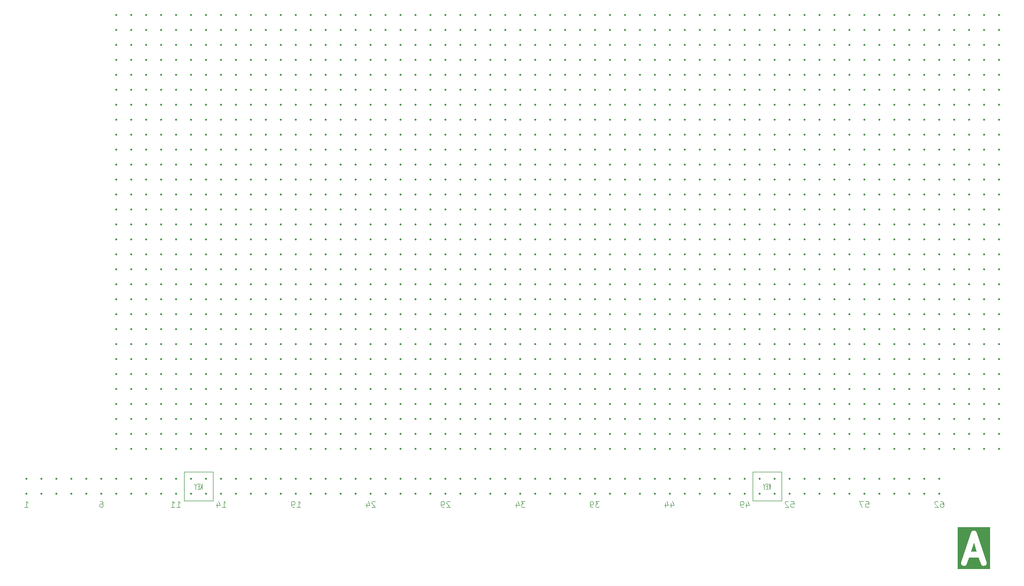
<source format=gbr>
%TF.GenerationSoftware,KiCad,Pcbnew,9.0.2*%
%TF.CreationDate,2025-06-03T09:59:19-04:00*%
%TF.ProjectId,PCI_Proto,5043495f-5072-46f7-946f-2e6b69636164,rev?*%
%TF.SameCoordinates,Original*%
%TF.FileFunction,Legend,Bot*%
%TF.FilePolarity,Positive*%
%FSLAX46Y46*%
G04 Gerber Fmt 4.6, Leading zero omitted, Abs format (unit mm)*
G04 Created by KiCad (PCBNEW 9.0.2) date 2025-06-03 09:59:19*
%MOMM*%
%LPD*%
G01*
G04 APERTURE LIST*
%ADD10C,0.100000*%
%ADD11C,1.000000*%
%ADD12C,0.350000*%
G04 APERTURE END LIST*
D10*
X111234211Y-122316784D02*
X111234211Y-121316784D01*
X110948497Y-122316784D02*
X111162782Y-121745355D01*
X110948497Y-121316784D02*
X111234211Y-121888212D01*
X110734211Y-121792974D02*
X110567544Y-121792974D01*
X110496116Y-122316784D02*
X110734211Y-122316784D01*
X110734211Y-122316784D02*
X110734211Y-121316784D01*
X110734211Y-121316784D02*
X110496116Y-121316784D01*
X110186592Y-121840593D02*
X110186592Y-122316784D01*
X110353258Y-121316784D02*
X110186592Y-121840593D01*
X110186592Y-121840593D02*
X110019925Y-121316784D01*
X207734211Y-122316784D02*
X207734211Y-121316784D01*
X207448497Y-122316784D02*
X207662782Y-121745355D01*
X207448497Y-121316784D02*
X207734211Y-121888212D01*
X207234211Y-121792974D02*
X207067544Y-121792974D01*
X206996116Y-122316784D02*
X207234211Y-122316784D01*
X207234211Y-122316784D02*
X207234211Y-121316784D01*
X207234211Y-121316784D02*
X206996116Y-121316784D01*
X206686592Y-121840593D02*
X206686592Y-122316784D01*
X206853258Y-121316784D02*
X206686592Y-121840593D01*
X206686592Y-121840593D02*
X206519925Y-121316784D01*
X209675000Y-119344366D02*
X204725000Y-119344364D01*
X209675000Y-124244368D02*
X209675000Y-119344366D01*
X204725000Y-124244366D02*
X204725000Y-119344364D01*
X113100000Y-124244365D02*
X108200000Y-124244365D01*
X113150000Y-124244367D02*
X113150000Y-119344365D01*
X108200000Y-124244365D02*
X108200000Y-119344363D01*
X209625000Y-124244366D02*
X204725000Y-124244366D01*
X113150000Y-119344365D02*
X108200000Y-119344363D01*
X203667544Y-124650117D02*
X203667544Y-125316784D01*
X203905639Y-124269165D02*
X204143734Y-124983450D01*
X204143734Y-124983450D02*
X203524687Y-124983450D01*
X203096115Y-125316784D02*
X202905639Y-125316784D01*
X202905639Y-125316784D02*
X202810401Y-125269165D01*
X202810401Y-125269165D02*
X202762782Y-125221545D01*
X202762782Y-125221545D02*
X202667544Y-125078688D01*
X202667544Y-125078688D02*
X202619925Y-124888212D01*
X202619925Y-124888212D02*
X202619925Y-124507260D01*
X202619925Y-124507260D02*
X202667544Y-124412022D01*
X202667544Y-124412022D02*
X202715163Y-124364403D01*
X202715163Y-124364403D02*
X202810401Y-124316784D01*
X202810401Y-124316784D02*
X203000877Y-124316784D01*
X203000877Y-124316784D02*
X203096115Y-124364403D01*
X203096115Y-124364403D02*
X203143734Y-124412022D01*
X203143734Y-124412022D02*
X203191353Y-124507260D01*
X203191353Y-124507260D02*
X203191353Y-124745355D01*
X203191353Y-124745355D02*
X203143734Y-124840593D01*
X203143734Y-124840593D02*
X203096115Y-124888212D01*
X203096115Y-124888212D02*
X203000877Y-124935831D01*
X203000877Y-124935831D02*
X202810401Y-124935831D01*
X202810401Y-124935831D02*
X202715163Y-124888212D01*
X202715163Y-124888212D02*
X202667544Y-124840593D01*
X202667544Y-124840593D02*
X202619925Y-124745355D01*
X153343734Y-124412022D02*
X153296115Y-124364403D01*
X153296115Y-124364403D02*
X153200877Y-124316784D01*
X153200877Y-124316784D02*
X152962782Y-124316784D01*
X152962782Y-124316784D02*
X152867544Y-124364403D01*
X152867544Y-124364403D02*
X152819925Y-124412022D01*
X152819925Y-124412022D02*
X152772306Y-124507260D01*
X152772306Y-124507260D02*
X152772306Y-124602498D01*
X152772306Y-124602498D02*
X152819925Y-124745355D01*
X152819925Y-124745355D02*
X153391353Y-125316784D01*
X153391353Y-125316784D02*
X152772306Y-125316784D01*
X152296115Y-125316784D02*
X152105639Y-125316784D01*
X152105639Y-125316784D02*
X152010401Y-125269165D01*
X152010401Y-125269165D02*
X151962782Y-125221545D01*
X151962782Y-125221545D02*
X151867544Y-125078688D01*
X151867544Y-125078688D02*
X151819925Y-124888212D01*
X151819925Y-124888212D02*
X151819925Y-124507260D01*
X151819925Y-124507260D02*
X151867544Y-124412022D01*
X151867544Y-124412022D02*
X151915163Y-124364403D01*
X151915163Y-124364403D02*
X152010401Y-124316784D01*
X152010401Y-124316784D02*
X152200877Y-124316784D01*
X152200877Y-124316784D02*
X152296115Y-124364403D01*
X152296115Y-124364403D02*
X152343734Y-124412022D01*
X152343734Y-124412022D02*
X152391353Y-124507260D01*
X152391353Y-124507260D02*
X152391353Y-124745355D01*
X152391353Y-124745355D02*
X152343734Y-124840593D01*
X152343734Y-124840593D02*
X152296115Y-124888212D01*
X152296115Y-124888212D02*
X152200877Y-124935831D01*
X152200877Y-124935831D02*
X152010401Y-124935831D01*
X152010401Y-124935831D02*
X151915163Y-124888212D01*
X151915163Y-124888212D02*
X151867544Y-124840593D01*
X151867544Y-124840593D02*
X151819925Y-124745355D01*
X127372306Y-125316784D02*
X127943734Y-125316784D01*
X127658020Y-125316784D02*
X127658020Y-124316784D01*
X127658020Y-124316784D02*
X127753258Y-124459641D01*
X127753258Y-124459641D02*
X127848496Y-124554879D01*
X127848496Y-124554879D02*
X127943734Y-124602498D01*
X126896115Y-125316784D02*
X126705639Y-125316784D01*
X126705639Y-125316784D02*
X126610401Y-125269165D01*
X126610401Y-125269165D02*
X126562782Y-125221545D01*
X126562782Y-125221545D02*
X126467544Y-125078688D01*
X126467544Y-125078688D02*
X126419925Y-124888212D01*
X126419925Y-124888212D02*
X126419925Y-124507260D01*
X126419925Y-124507260D02*
X126467544Y-124412022D01*
X126467544Y-124412022D02*
X126515163Y-124364403D01*
X126515163Y-124364403D02*
X126610401Y-124316784D01*
X126610401Y-124316784D02*
X126800877Y-124316784D01*
X126800877Y-124316784D02*
X126896115Y-124364403D01*
X126896115Y-124364403D02*
X126943734Y-124412022D01*
X126943734Y-124412022D02*
X126991353Y-124507260D01*
X126991353Y-124507260D02*
X126991353Y-124745355D01*
X126991353Y-124745355D02*
X126943734Y-124840593D01*
X126943734Y-124840593D02*
X126896115Y-124888212D01*
X126896115Y-124888212D02*
X126800877Y-124935831D01*
X126800877Y-124935831D02*
X126610401Y-124935831D01*
X126610401Y-124935831D02*
X126515163Y-124888212D01*
X126515163Y-124888212D02*
X126467544Y-124840593D01*
X126467544Y-124840593D02*
X126419925Y-124745355D01*
D11*
G36*
X242796011Y-132851888D02*
G01*
X241802486Y-132851888D01*
X242299248Y-131361599D01*
X242796011Y-132851888D01*
G37*
G36*
X245020213Y-135834759D02*
G01*
X239578284Y-135834759D01*
X239578284Y-134815905D01*
X240133840Y-134815905D01*
X240160007Y-134943781D01*
X240218381Y-135060527D01*
X240304981Y-135158187D01*
X240413907Y-135230105D01*
X240537735Y-135271381D01*
X240668027Y-135279202D01*
X240795903Y-135253035D01*
X240912649Y-135194661D01*
X241010309Y-135108061D01*
X241082227Y-134999135D01*
X241106924Y-134938574D01*
X241469152Y-133851888D01*
X243129344Y-133851888D01*
X243491573Y-134938574D01*
X243516270Y-134999135D01*
X243588188Y-135108061D01*
X243685848Y-135194662D01*
X243802594Y-135253035D01*
X243930470Y-135279203D01*
X244060762Y-135271381D01*
X244184590Y-135230105D01*
X244293516Y-135158187D01*
X244380117Y-135060527D01*
X244438490Y-134943781D01*
X244464657Y-134815905D01*
X244456836Y-134685613D01*
X244440257Y-134622346D01*
X242773590Y-129622346D01*
X242772182Y-129618893D01*
X242771823Y-129617139D01*
X242769889Y-129613272D01*
X242748893Y-129561785D01*
X242729335Y-129532164D01*
X242713450Y-129500392D01*
X242693517Y-129477914D01*
X242676975Y-129452859D01*
X242650413Y-129429305D01*
X242626849Y-129402732D01*
X242601781Y-129386181D01*
X242579315Y-129366259D01*
X242547556Y-129350379D01*
X242517923Y-129330814D01*
X242489433Y-129321317D01*
X242462569Y-129307885D01*
X242427778Y-129300765D01*
X242394095Y-129289538D01*
X242364113Y-129287738D01*
X242334693Y-129281718D01*
X242299256Y-129283845D01*
X242263803Y-129281717D01*
X242234369Y-129287740D01*
X242204401Y-129289539D01*
X242170726Y-129300763D01*
X242135927Y-129307885D01*
X242109055Y-129321321D01*
X242080573Y-129330815D01*
X242050949Y-129350373D01*
X242019181Y-129366258D01*
X241996705Y-129386188D01*
X241971647Y-129402733D01*
X241948092Y-129429295D01*
X241921521Y-129452858D01*
X241904971Y-129477923D01*
X241885047Y-129500393D01*
X241869165Y-129532156D01*
X241849603Y-129561785D01*
X241828605Y-129613273D01*
X241826673Y-129617139D01*
X241826314Y-129618893D01*
X241824906Y-129622346D01*
X240158240Y-134622346D01*
X240141661Y-134685613D01*
X240133840Y-134815905D01*
X239578284Y-134815905D01*
X239578284Y-128726161D01*
X245020213Y-128726161D01*
X245020213Y-135834759D01*
G37*
D10*
X106972306Y-125316784D02*
X107543734Y-125316784D01*
X107258020Y-125316784D02*
X107258020Y-124316784D01*
X107258020Y-124316784D02*
X107353258Y-124459641D01*
X107353258Y-124459641D02*
X107448496Y-124554879D01*
X107448496Y-124554879D02*
X107543734Y-124602498D01*
X106019925Y-125316784D02*
X106591353Y-125316784D01*
X106305639Y-125316784D02*
X106305639Y-124316784D01*
X106305639Y-124316784D02*
X106400877Y-124459641D01*
X106400877Y-124459641D02*
X106496115Y-124554879D01*
X106496115Y-124554879D02*
X106591353Y-124602498D01*
X140643734Y-124412022D02*
X140596115Y-124364403D01*
X140596115Y-124364403D02*
X140500877Y-124316784D01*
X140500877Y-124316784D02*
X140262782Y-124316784D01*
X140262782Y-124316784D02*
X140167544Y-124364403D01*
X140167544Y-124364403D02*
X140119925Y-124412022D01*
X140119925Y-124412022D02*
X140072306Y-124507260D01*
X140072306Y-124507260D02*
X140072306Y-124602498D01*
X140072306Y-124602498D02*
X140119925Y-124745355D01*
X140119925Y-124745355D02*
X140691353Y-125316784D01*
X140691353Y-125316784D02*
X140072306Y-125316784D01*
X139215163Y-124650117D02*
X139215163Y-125316784D01*
X139453258Y-124269165D02*
X139691353Y-124983450D01*
X139691353Y-124983450D02*
X139072306Y-124983450D01*
X223919925Y-124316784D02*
X224396115Y-124316784D01*
X224396115Y-124316784D02*
X224443734Y-124792974D01*
X224443734Y-124792974D02*
X224396115Y-124745355D01*
X224396115Y-124745355D02*
X224300877Y-124697736D01*
X224300877Y-124697736D02*
X224062782Y-124697736D01*
X224062782Y-124697736D02*
X223967544Y-124745355D01*
X223967544Y-124745355D02*
X223919925Y-124792974D01*
X223919925Y-124792974D02*
X223872306Y-124888212D01*
X223872306Y-124888212D02*
X223872306Y-125126307D01*
X223872306Y-125126307D02*
X223919925Y-125221545D01*
X223919925Y-125221545D02*
X223967544Y-125269165D01*
X223967544Y-125269165D02*
X224062782Y-125316784D01*
X224062782Y-125316784D02*
X224300877Y-125316784D01*
X224300877Y-125316784D02*
X224396115Y-125269165D01*
X224396115Y-125269165D02*
X224443734Y-125221545D01*
X223538972Y-124316784D02*
X222872306Y-124316784D01*
X222872306Y-124316784D02*
X223300877Y-125316784D01*
X114672306Y-125316784D02*
X115243734Y-125316784D01*
X114958020Y-125316784D02*
X114958020Y-124316784D01*
X114958020Y-124316784D02*
X115053258Y-124459641D01*
X115053258Y-124459641D02*
X115148496Y-124554879D01*
X115148496Y-124554879D02*
X115243734Y-124602498D01*
X113815163Y-124650117D02*
X113815163Y-125316784D01*
X114053258Y-124269165D02*
X114291353Y-124983450D01*
X114291353Y-124983450D02*
X113672306Y-124983450D01*
X81172306Y-125316784D02*
X81743734Y-125316784D01*
X81458020Y-125316784D02*
X81458020Y-124316784D01*
X81458020Y-124316784D02*
X81553258Y-124459641D01*
X81553258Y-124459641D02*
X81648496Y-124554879D01*
X81648496Y-124554879D02*
X81743734Y-124602498D01*
X166091353Y-124316784D02*
X165472306Y-124316784D01*
X165472306Y-124316784D02*
X165805639Y-124697736D01*
X165805639Y-124697736D02*
X165662782Y-124697736D01*
X165662782Y-124697736D02*
X165567544Y-124745355D01*
X165567544Y-124745355D02*
X165519925Y-124792974D01*
X165519925Y-124792974D02*
X165472306Y-124888212D01*
X165472306Y-124888212D02*
X165472306Y-125126307D01*
X165472306Y-125126307D02*
X165519925Y-125221545D01*
X165519925Y-125221545D02*
X165567544Y-125269165D01*
X165567544Y-125269165D02*
X165662782Y-125316784D01*
X165662782Y-125316784D02*
X165948496Y-125316784D01*
X165948496Y-125316784D02*
X166043734Y-125269165D01*
X166043734Y-125269165D02*
X166091353Y-125221545D01*
X164615163Y-124650117D02*
X164615163Y-125316784D01*
X164853258Y-124269165D02*
X165091353Y-124983450D01*
X165091353Y-124983450D02*
X164472306Y-124983450D01*
X236667544Y-124316784D02*
X236858020Y-124316784D01*
X236858020Y-124316784D02*
X236953258Y-124364403D01*
X236953258Y-124364403D02*
X237000877Y-124412022D01*
X237000877Y-124412022D02*
X237096115Y-124554879D01*
X237096115Y-124554879D02*
X237143734Y-124745355D01*
X237143734Y-124745355D02*
X237143734Y-125126307D01*
X237143734Y-125126307D02*
X237096115Y-125221545D01*
X237096115Y-125221545D02*
X237048496Y-125269165D01*
X237048496Y-125269165D02*
X236953258Y-125316784D01*
X236953258Y-125316784D02*
X236762782Y-125316784D01*
X236762782Y-125316784D02*
X236667544Y-125269165D01*
X236667544Y-125269165D02*
X236619925Y-125221545D01*
X236619925Y-125221545D02*
X236572306Y-125126307D01*
X236572306Y-125126307D02*
X236572306Y-124888212D01*
X236572306Y-124888212D02*
X236619925Y-124792974D01*
X236619925Y-124792974D02*
X236667544Y-124745355D01*
X236667544Y-124745355D02*
X236762782Y-124697736D01*
X236762782Y-124697736D02*
X236953258Y-124697736D01*
X236953258Y-124697736D02*
X237048496Y-124745355D01*
X237048496Y-124745355D02*
X237096115Y-124792974D01*
X237096115Y-124792974D02*
X237143734Y-124888212D01*
X236191353Y-124412022D02*
X236143734Y-124364403D01*
X236143734Y-124364403D02*
X236048496Y-124316784D01*
X236048496Y-124316784D02*
X235810401Y-124316784D01*
X235810401Y-124316784D02*
X235715163Y-124364403D01*
X235715163Y-124364403D02*
X235667544Y-124412022D01*
X235667544Y-124412022D02*
X235619925Y-124507260D01*
X235619925Y-124507260D02*
X235619925Y-124602498D01*
X235619925Y-124602498D02*
X235667544Y-124745355D01*
X235667544Y-124745355D02*
X236238972Y-125316784D01*
X236238972Y-125316784D02*
X235619925Y-125316784D01*
X178691353Y-124316784D02*
X178072306Y-124316784D01*
X178072306Y-124316784D02*
X178405639Y-124697736D01*
X178405639Y-124697736D02*
X178262782Y-124697736D01*
X178262782Y-124697736D02*
X178167544Y-124745355D01*
X178167544Y-124745355D02*
X178119925Y-124792974D01*
X178119925Y-124792974D02*
X178072306Y-124888212D01*
X178072306Y-124888212D02*
X178072306Y-125126307D01*
X178072306Y-125126307D02*
X178119925Y-125221545D01*
X178119925Y-125221545D02*
X178167544Y-125269165D01*
X178167544Y-125269165D02*
X178262782Y-125316784D01*
X178262782Y-125316784D02*
X178548496Y-125316784D01*
X178548496Y-125316784D02*
X178643734Y-125269165D01*
X178643734Y-125269165D02*
X178691353Y-125221545D01*
X177596115Y-125316784D02*
X177405639Y-125316784D01*
X177405639Y-125316784D02*
X177310401Y-125269165D01*
X177310401Y-125269165D02*
X177262782Y-125221545D01*
X177262782Y-125221545D02*
X177167544Y-125078688D01*
X177167544Y-125078688D02*
X177119925Y-124888212D01*
X177119925Y-124888212D02*
X177119925Y-124507260D01*
X177119925Y-124507260D02*
X177167544Y-124412022D01*
X177167544Y-124412022D02*
X177215163Y-124364403D01*
X177215163Y-124364403D02*
X177310401Y-124316784D01*
X177310401Y-124316784D02*
X177500877Y-124316784D01*
X177500877Y-124316784D02*
X177596115Y-124364403D01*
X177596115Y-124364403D02*
X177643734Y-124412022D01*
X177643734Y-124412022D02*
X177691353Y-124507260D01*
X177691353Y-124507260D02*
X177691353Y-124745355D01*
X177691353Y-124745355D02*
X177643734Y-124840593D01*
X177643734Y-124840593D02*
X177596115Y-124888212D01*
X177596115Y-124888212D02*
X177500877Y-124935831D01*
X177500877Y-124935831D02*
X177310401Y-124935831D01*
X177310401Y-124935831D02*
X177215163Y-124888212D01*
X177215163Y-124888212D02*
X177167544Y-124840593D01*
X177167544Y-124840593D02*
X177119925Y-124745355D01*
X93967544Y-124316784D02*
X94158020Y-124316784D01*
X94158020Y-124316784D02*
X94253258Y-124364403D01*
X94253258Y-124364403D02*
X94300877Y-124412022D01*
X94300877Y-124412022D02*
X94396115Y-124554879D01*
X94396115Y-124554879D02*
X94443734Y-124745355D01*
X94443734Y-124745355D02*
X94443734Y-125126307D01*
X94443734Y-125126307D02*
X94396115Y-125221545D01*
X94396115Y-125221545D02*
X94348496Y-125269165D01*
X94348496Y-125269165D02*
X94253258Y-125316784D01*
X94253258Y-125316784D02*
X94062782Y-125316784D01*
X94062782Y-125316784D02*
X93967544Y-125269165D01*
X93967544Y-125269165D02*
X93919925Y-125221545D01*
X93919925Y-125221545D02*
X93872306Y-125126307D01*
X93872306Y-125126307D02*
X93872306Y-124888212D01*
X93872306Y-124888212D02*
X93919925Y-124792974D01*
X93919925Y-124792974D02*
X93967544Y-124745355D01*
X93967544Y-124745355D02*
X94062782Y-124697736D01*
X94062782Y-124697736D02*
X94253258Y-124697736D01*
X94253258Y-124697736D02*
X94348496Y-124745355D01*
X94348496Y-124745355D02*
X94396115Y-124792974D01*
X94396115Y-124792974D02*
X94443734Y-124888212D01*
X211219925Y-124316784D02*
X211696115Y-124316784D01*
X211696115Y-124316784D02*
X211743734Y-124792974D01*
X211743734Y-124792974D02*
X211696115Y-124745355D01*
X211696115Y-124745355D02*
X211600877Y-124697736D01*
X211600877Y-124697736D02*
X211362782Y-124697736D01*
X211362782Y-124697736D02*
X211267544Y-124745355D01*
X211267544Y-124745355D02*
X211219925Y-124792974D01*
X211219925Y-124792974D02*
X211172306Y-124888212D01*
X211172306Y-124888212D02*
X211172306Y-125126307D01*
X211172306Y-125126307D02*
X211219925Y-125221545D01*
X211219925Y-125221545D02*
X211267544Y-125269165D01*
X211267544Y-125269165D02*
X211362782Y-125316784D01*
X211362782Y-125316784D02*
X211600877Y-125316784D01*
X211600877Y-125316784D02*
X211696115Y-125269165D01*
X211696115Y-125269165D02*
X211743734Y-125221545D01*
X210791353Y-124412022D02*
X210743734Y-124364403D01*
X210743734Y-124364403D02*
X210648496Y-124316784D01*
X210648496Y-124316784D02*
X210410401Y-124316784D01*
X210410401Y-124316784D02*
X210315163Y-124364403D01*
X210315163Y-124364403D02*
X210267544Y-124412022D01*
X210267544Y-124412022D02*
X210219925Y-124507260D01*
X210219925Y-124507260D02*
X210219925Y-124602498D01*
X210219925Y-124602498D02*
X210267544Y-124745355D01*
X210267544Y-124745355D02*
X210838972Y-125316784D01*
X210838972Y-125316784D02*
X210219925Y-125316784D01*
X190867544Y-124650117D02*
X190867544Y-125316784D01*
X191105639Y-124269165D02*
X191343734Y-124983450D01*
X191343734Y-124983450D02*
X190724687Y-124983450D01*
X189915163Y-124650117D02*
X189915163Y-125316784D01*
X190153258Y-124269165D02*
X190391353Y-124983450D01*
X190391353Y-124983450D02*
X189772306Y-124983450D01*
D12*
X198280000Y-64644365D03*
X200820000Y-64644365D03*
X203360000Y-64644365D03*
X205900000Y-64644365D03*
X208440000Y-64644365D03*
X210980000Y-64644365D03*
X213520000Y-64644365D03*
X216060000Y-64644365D03*
X218600000Y-64644365D03*
X221140000Y-64644365D03*
X198280000Y-62104365D03*
X200820000Y-62104365D03*
X203360000Y-62104365D03*
X205900000Y-62104365D03*
X208440000Y-62104365D03*
X210980000Y-62104365D03*
X213520000Y-62104365D03*
X216060000Y-62104365D03*
X218600000Y-62104365D03*
X221140000Y-62104365D03*
X198280000Y-59564365D03*
X200820000Y-59564365D03*
X203360000Y-59564365D03*
X205900000Y-59564365D03*
X208440000Y-59564365D03*
X210980000Y-59564365D03*
X213520000Y-59564365D03*
X216060000Y-59564365D03*
X218600000Y-59564365D03*
X221140000Y-59564365D03*
X198280000Y-57024365D03*
X200820000Y-57024365D03*
X203360000Y-57024365D03*
X205900000Y-57024365D03*
X208440000Y-57024365D03*
X210980000Y-57024365D03*
X213520000Y-57024365D03*
X216060000Y-57024365D03*
X218600000Y-57024365D03*
X221140000Y-57024365D03*
X198280000Y-54484365D03*
X200820000Y-54484365D03*
X203360000Y-54484365D03*
X205900000Y-54484365D03*
X208440000Y-54484365D03*
X210980000Y-54484365D03*
X213520000Y-54484365D03*
X216060000Y-54484365D03*
X218600000Y-54484365D03*
X221140000Y-54484365D03*
X198280000Y-51944365D03*
X200820000Y-51944365D03*
X203360000Y-51944365D03*
X205900000Y-51944365D03*
X208440000Y-51944365D03*
X210980000Y-51944365D03*
X213520000Y-51944365D03*
X216060000Y-51944365D03*
X218600000Y-51944365D03*
X221140000Y-51944365D03*
X198280000Y-49404365D03*
X200820000Y-49404365D03*
X203360000Y-49404365D03*
X205900000Y-49404365D03*
X208440000Y-49404365D03*
X210980000Y-49404365D03*
X213520000Y-49404365D03*
X216060000Y-49404365D03*
X218600000Y-49404365D03*
X221140000Y-49404365D03*
X198280000Y-46864365D03*
X200820000Y-46864365D03*
X203360000Y-46864365D03*
X205900000Y-46864365D03*
X208440000Y-46864365D03*
X210980000Y-46864365D03*
X213520000Y-46864365D03*
X216060000Y-46864365D03*
X218600000Y-46864365D03*
X221140000Y-46864365D03*
X198280000Y-44324365D03*
X200820000Y-44324365D03*
X203360000Y-44324365D03*
X205900000Y-44324365D03*
X208440000Y-44324365D03*
X210980000Y-44324365D03*
X213520000Y-44324365D03*
X216060000Y-44324365D03*
X218600000Y-44324365D03*
X221140000Y-44324365D03*
X198280000Y-41784365D03*
X200820000Y-41784365D03*
X203360000Y-41784365D03*
X205900000Y-41784365D03*
X208440000Y-41784365D03*
X210980000Y-41784365D03*
X213520000Y-41784365D03*
X216060000Y-41784365D03*
X218600000Y-41784365D03*
X221140000Y-41784365D03*
X81440000Y-120524365D03*
X83980000Y-120524365D03*
X86520000Y-120524365D03*
X89060000Y-120524365D03*
X91600000Y-120524365D03*
X94140000Y-120524365D03*
X96680000Y-120524365D03*
X99220000Y-120524365D03*
X101760000Y-120524365D03*
X104300000Y-120524365D03*
X106840000Y-120524365D03*
X109380000Y-120524365D03*
X111920000Y-120524365D03*
X114460000Y-120524365D03*
X117000000Y-120524365D03*
X119540000Y-120524365D03*
X122080000Y-120524365D03*
X124620000Y-120524365D03*
X127160000Y-120524365D03*
X129700000Y-120524365D03*
X132240000Y-120524365D03*
X134780000Y-120524365D03*
X137320000Y-120524365D03*
X139860000Y-120524365D03*
X142400000Y-120524365D03*
X144940000Y-120524365D03*
X147480000Y-120524365D03*
X150020000Y-120524365D03*
X152560000Y-120524365D03*
X155100000Y-120524365D03*
X157640000Y-120524365D03*
X160180000Y-120524365D03*
X162720000Y-120524365D03*
X165260000Y-120524365D03*
X167800000Y-120524365D03*
X170340000Y-120524365D03*
X172880000Y-120524365D03*
X175420000Y-120524365D03*
X177960000Y-120524365D03*
X180500000Y-120524365D03*
X183040000Y-120524365D03*
X185580000Y-120524365D03*
X188120000Y-120524365D03*
X190660000Y-120524365D03*
X193200000Y-120524365D03*
X195740000Y-120524365D03*
X198280000Y-120524365D03*
X200820000Y-120524365D03*
X203360000Y-120524365D03*
X205900000Y-120524365D03*
X208440000Y-120524365D03*
X210980000Y-120524365D03*
X213520000Y-120524365D03*
X216060000Y-120524365D03*
X218600000Y-120524365D03*
X221140000Y-120524365D03*
X223680000Y-120524365D03*
X226220000Y-120524365D03*
X228760000Y-120524365D03*
X231300000Y-120524365D03*
X233840000Y-120524365D03*
X236380000Y-120524365D03*
X81440000Y-123064365D03*
X83980000Y-123064365D03*
X86520000Y-123064365D03*
X89060000Y-123064365D03*
X91600000Y-123064365D03*
X94140000Y-123064365D03*
X96680000Y-123064365D03*
X99220000Y-123064365D03*
X101760000Y-123064365D03*
X104300000Y-123064365D03*
X106840000Y-123064365D03*
X109380000Y-123064365D03*
X111920000Y-123064365D03*
X114460000Y-123064365D03*
X117000000Y-123064365D03*
X119540000Y-123064365D03*
X122080000Y-123064365D03*
X124620000Y-123064365D03*
X127160000Y-123064365D03*
X129700000Y-123064365D03*
X132240000Y-123064365D03*
X134780000Y-123064365D03*
X137320000Y-123064365D03*
X139860000Y-123064365D03*
X142400000Y-123064365D03*
X144940000Y-123064365D03*
X147480000Y-123064365D03*
X150020000Y-123064365D03*
X152560000Y-123064365D03*
X155100000Y-123064365D03*
X157640000Y-123064365D03*
X160180000Y-123064365D03*
X162720000Y-123064365D03*
X165260000Y-123064365D03*
X167800000Y-123064365D03*
X170340000Y-123064365D03*
X172880000Y-123064365D03*
X175420000Y-123064365D03*
X177960000Y-123064365D03*
X180500000Y-123064365D03*
X183040000Y-123064365D03*
X185580000Y-123064365D03*
X188120000Y-123064365D03*
X190660000Y-123064365D03*
X193200000Y-123064365D03*
X195740000Y-123064365D03*
X198280000Y-123064365D03*
X200820000Y-123064365D03*
X203360000Y-123064365D03*
X205900000Y-123064365D03*
X208440000Y-123064365D03*
X210980000Y-123064365D03*
X213520000Y-123064365D03*
X216060000Y-123064365D03*
X218600000Y-123064365D03*
X221140000Y-123064365D03*
X223680000Y-123064365D03*
X226220000Y-123064365D03*
X228760000Y-123064365D03*
X231300000Y-123064365D03*
X233840000Y-123064365D03*
X236380000Y-123064365D03*
X223680000Y-64644365D03*
X226220000Y-64644365D03*
X228760000Y-64644365D03*
X231300000Y-64644365D03*
X233840000Y-64644365D03*
X236380000Y-64644365D03*
X238920000Y-64644365D03*
X241460000Y-64644365D03*
X244000000Y-64644365D03*
X246540000Y-64644365D03*
X223680000Y-62104365D03*
X226220000Y-62104365D03*
X228760000Y-62104365D03*
X231300000Y-62104365D03*
X233840000Y-62104365D03*
X236380000Y-62104365D03*
X238920000Y-62104365D03*
X241460000Y-62104365D03*
X244000000Y-62104365D03*
X246540000Y-62104365D03*
X223680000Y-59564365D03*
X226220000Y-59564365D03*
X228760000Y-59564365D03*
X231300000Y-59564365D03*
X233840000Y-59564365D03*
X236380000Y-59564365D03*
X238920000Y-59564365D03*
X241460000Y-59564365D03*
X244000000Y-59564365D03*
X246540000Y-59564365D03*
X223680000Y-57024365D03*
X226220000Y-57024365D03*
X228760000Y-57024365D03*
X231300000Y-57024365D03*
X233840000Y-57024365D03*
X236380000Y-57024365D03*
X238920000Y-57024365D03*
X241460000Y-57024365D03*
X244000000Y-57024365D03*
X246540000Y-57024365D03*
X223680000Y-54484365D03*
X226220000Y-54484365D03*
X228760000Y-54484365D03*
X231300000Y-54484365D03*
X233840000Y-54484365D03*
X236380000Y-54484365D03*
X238920000Y-54484365D03*
X241460000Y-54484365D03*
X244000000Y-54484365D03*
X246540000Y-54484365D03*
X223680000Y-51944365D03*
X226220000Y-51944365D03*
X228760000Y-51944365D03*
X231300000Y-51944365D03*
X233840000Y-51944365D03*
X236380000Y-51944365D03*
X238920000Y-51944365D03*
X241460000Y-51944365D03*
X244000000Y-51944365D03*
X246540000Y-51944365D03*
X223680000Y-49404365D03*
X226220000Y-49404365D03*
X228760000Y-49404365D03*
X231300000Y-49404365D03*
X233840000Y-49404365D03*
X236380000Y-49404365D03*
X238920000Y-49404365D03*
X241460000Y-49404365D03*
X244000000Y-49404365D03*
X246540000Y-49404365D03*
X223680000Y-46864365D03*
X226220000Y-46864365D03*
X228760000Y-46864365D03*
X231300000Y-46864365D03*
X233840000Y-46864365D03*
X236380000Y-46864365D03*
X238920000Y-46864365D03*
X241460000Y-46864365D03*
X244000000Y-46864365D03*
X246540000Y-46864365D03*
X223680000Y-44324365D03*
X226220000Y-44324365D03*
X228760000Y-44324365D03*
X231300000Y-44324365D03*
X233840000Y-44324365D03*
X236380000Y-44324365D03*
X238920000Y-44324365D03*
X241460000Y-44324365D03*
X244000000Y-44324365D03*
X246540000Y-44324365D03*
X223680000Y-41784365D03*
X226220000Y-41784365D03*
X228760000Y-41784365D03*
X231300000Y-41784365D03*
X233840000Y-41784365D03*
X236380000Y-41784365D03*
X238920000Y-41784365D03*
X241460000Y-41784365D03*
X244000000Y-41784365D03*
X246540000Y-41784365D03*
X172880000Y-115444365D03*
X175420000Y-115444365D03*
X177960000Y-115444365D03*
X180500000Y-115444365D03*
X183040000Y-115444365D03*
X185580000Y-115444365D03*
X188120000Y-115444365D03*
X190660000Y-115444365D03*
X193200000Y-115444365D03*
X195740000Y-115444365D03*
X172880000Y-112904365D03*
X175420000Y-112904365D03*
X177960000Y-112904365D03*
X180500000Y-112904365D03*
X183040000Y-112904365D03*
X185580000Y-112904365D03*
X188120000Y-112904365D03*
X190660000Y-112904365D03*
X193200000Y-112904365D03*
X195740000Y-112904365D03*
X172880000Y-110364365D03*
X175420000Y-110364365D03*
X177960000Y-110364365D03*
X180500000Y-110364365D03*
X183040000Y-110364365D03*
X185580000Y-110364365D03*
X188120000Y-110364365D03*
X190660000Y-110364365D03*
X193200000Y-110364365D03*
X195740000Y-110364365D03*
X172880000Y-107824365D03*
X175420000Y-107824365D03*
X177960000Y-107824365D03*
X180500000Y-107824365D03*
X183040000Y-107824365D03*
X185580000Y-107824365D03*
X188120000Y-107824365D03*
X190660000Y-107824365D03*
X193200000Y-107824365D03*
X195740000Y-107824365D03*
X172880000Y-105284365D03*
X175420000Y-105284365D03*
X177960000Y-105284365D03*
X180500000Y-105284365D03*
X183040000Y-105284365D03*
X185580000Y-105284365D03*
X188120000Y-105284365D03*
X190660000Y-105284365D03*
X193200000Y-105284365D03*
X195740000Y-105284365D03*
X172880000Y-102744365D03*
X175420000Y-102744365D03*
X177960000Y-102744365D03*
X180500000Y-102744365D03*
X183040000Y-102744365D03*
X185580000Y-102744365D03*
X188120000Y-102744365D03*
X190660000Y-102744365D03*
X193200000Y-102744365D03*
X195740000Y-102744365D03*
X172880000Y-100204365D03*
X175420000Y-100204365D03*
X177960000Y-100204365D03*
X180500000Y-100204365D03*
X183040000Y-100204365D03*
X185580000Y-100204365D03*
X188120000Y-100204365D03*
X190660000Y-100204365D03*
X193200000Y-100204365D03*
X195740000Y-100204365D03*
X172880000Y-97664365D03*
X175420000Y-97664365D03*
X177960000Y-97664365D03*
X180500000Y-97664365D03*
X183040000Y-97664365D03*
X185580000Y-97664365D03*
X188120000Y-97664365D03*
X190660000Y-97664365D03*
X193200000Y-97664365D03*
X195740000Y-97664365D03*
X172880000Y-95124365D03*
X175420000Y-95124365D03*
X177960000Y-95124365D03*
X180500000Y-95124365D03*
X183040000Y-95124365D03*
X185580000Y-95124365D03*
X188120000Y-95124365D03*
X190660000Y-95124365D03*
X193200000Y-95124365D03*
X195740000Y-95124365D03*
X172880000Y-92584365D03*
X175420000Y-92584365D03*
X177960000Y-92584365D03*
X180500000Y-92584365D03*
X183040000Y-92584365D03*
X185580000Y-92584365D03*
X188120000Y-92584365D03*
X190660000Y-92584365D03*
X193200000Y-92584365D03*
X195740000Y-92584365D03*
X122080000Y-115444365D03*
X124620000Y-115444365D03*
X127160000Y-115444365D03*
X129700000Y-115444365D03*
X132240000Y-115444365D03*
X134780000Y-115444365D03*
X137320000Y-115444365D03*
X139860000Y-115444365D03*
X142400000Y-115444365D03*
X144940000Y-115444365D03*
X122080000Y-112904365D03*
X124620000Y-112904365D03*
X127160000Y-112904365D03*
X129700000Y-112904365D03*
X132240000Y-112904365D03*
X134780000Y-112904365D03*
X137320000Y-112904365D03*
X139860000Y-112904365D03*
X142400000Y-112904365D03*
X144940000Y-112904365D03*
X122080000Y-110364365D03*
X124620000Y-110364365D03*
X127160000Y-110364365D03*
X129700000Y-110364365D03*
X132240000Y-110364365D03*
X134780000Y-110364365D03*
X137320000Y-110364365D03*
X139860000Y-110364365D03*
X142400000Y-110364365D03*
X144940000Y-110364365D03*
X122080000Y-107824365D03*
X124620000Y-107824365D03*
X127160000Y-107824365D03*
X129700000Y-107824365D03*
X132240000Y-107824365D03*
X134780000Y-107824365D03*
X137320000Y-107824365D03*
X139860000Y-107824365D03*
X142400000Y-107824365D03*
X144940000Y-107824365D03*
X122080000Y-105284365D03*
X124620000Y-105284365D03*
X127160000Y-105284365D03*
X129700000Y-105284365D03*
X132240000Y-105284365D03*
X134780000Y-105284365D03*
X137320000Y-105284365D03*
X139860000Y-105284365D03*
X142400000Y-105284365D03*
X144940000Y-105284365D03*
X122080000Y-102744365D03*
X124620000Y-102744365D03*
X127160000Y-102744365D03*
X129700000Y-102744365D03*
X132240000Y-102744365D03*
X134780000Y-102744365D03*
X137320000Y-102744365D03*
X139860000Y-102744365D03*
X142400000Y-102744365D03*
X144940000Y-102744365D03*
X122080000Y-100204365D03*
X124620000Y-100204365D03*
X127160000Y-100204365D03*
X129700000Y-100204365D03*
X132240000Y-100204365D03*
X134780000Y-100204365D03*
X137320000Y-100204365D03*
X139860000Y-100204365D03*
X142400000Y-100204365D03*
X144940000Y-100204365D03*
X122080000Y-97664365D03*
X124620000Y-97664365D03*
X127160000Y-97664365D03*
X129700000Y-97664365D03*
X132240000Y-97664365D03*
X134780000Y-97664365D03*
X137320000Y-97664365D03*
X139860000Y-97664365D03*
X142400000Y-97664365D03*
X144940000Y-97664365D03*
X122080000Y-95124365D03*
X124620000Y-95124365D03*
X127160000Y-95124365D03*
X129700000Y-95124365D03*
X132240000Y-95124365D03*
X134780000Y-95124365D03*
X137320000Y-95124365D03*
X139860000Y-95124365D03*
X142400000Y-95124365D03*
X144940000Y-95124365D03*
X122080000Y-92584365D03*
X124620000Y-92584365D03*
X127160000Y-92584365D03*
X129700000Y-92584365D03*
X132240000Y-92584365D03*
X134780000Y-92584365D03*
X137320000Y-92584365D03*
X139860000Y-92584365D03*
X142400000Y-92584365D03*
X144940000Y-92584365D03*
X96680000Y-64644365D03*
X99220000Y-64644365D03*
X101760000Y-64644365D03*
X104300000Y-64644365D03*
X106840000Y-64644365D03*
X109380000Y-64644365D03*
X111920000Y-64644365D03*
X114460000Y-64644365D03*
X117000000Y-64644365D03*
X119540000Y-64644365D03*
X96680000Y-62104365D03*
X99220000Y-62104365D03*
X101760000Y-62104365D03*
X104300000Y-62104365D03*
X106840000Y-62104365D03*
X109380000Y-62104365D03*
X111920000Y-62104365D03*
X114460000Y-62104365D03*
X117000000Y-62104365D03*
X119540000Y-62104365D03*
X96680000Y-59564365D03*
X99220000Y-59564365D03*
X101760000Y-59564365D03*
X104300000Y-59564365D03*
X106840000Y-59564365D03*
X109380000Y-59564365D03*
X111920000Y-59564365D03*
X114460000Y-59564365D03*
X117000000Y-59564365D03*
X119540000Y-59564365D03*
X96680000Y-57024365D03*
X99220000Y-57024365D03*
X101760000Y-57024365D03*
X104300000Y-57024365D03*
X106840000Y-57024365D03*
X109380000Y-57024365D03*
X111920000Y-57024365D03*
X114460000Y-57024365D03*
X117000000Y-57024365D03*
X119540000Y-57024365D03*
X96680000Y-54484365D03*
X99220000Y-54484365D03*
X101760000Y-54484365D03*
X104300000Y-54484365D03*
X106840000Y-54484365D03*
X109380000Y-54484365D03*
X111920000Y-54484365D03*
X114460000Y-54484365D03*
X117000000Y-54484365D03*
X119540000Y-54484365D03*
X96680000Y-51944365D03*
X99220000Y-51944365D03*
X101760000Y-51944365D03*
X104300000Y-51944365D03*
X106840000Y-51944365D03*
X109380000Y-51944365D03*
X111920000Y-51944365D03*
X114460000Y-51944365D03*
X117000000Y-51944365D03*
X119540000Y-51944365D03*
X96680000Y-49404365D03*
X99220000Y-49404365D03*
X101760000Y-49404365D03*
X104300000Y-49404365D03*
X106840000Y-49404365D03*
X109380000Y-49404365D03*
X111920000Y-49404365D03*
X114460000Y-49404365D03*
X117000000Y-49404365D03*
X119540000Y-49404365D03*
X96680000Y-46864365D03*
X99220000Y-46864365D03*
X101760000Y-46864365D03*
X104300000Y-46864365D03*
X106840000Y-46864365D03*
X109380000Y-46864365D03*
X111920000Y-46864365D03*
X114460000Y-46864365D03*
X117000000Y-46864365D03*
X119540000Y-46864365D03*
X96680000Y-44324365D03*
X99220000Y-44324365D03*
X101760000Y-44324365D03*
X104300000Y-44324365D03*
X106840000Y-44324365D03*
X109380000Y-44324365D03*
X111920000Y-44324365D03*
X114460000Y-44324365D03*
X117000000Y-44324365D03*
X119540000Y-44324365D03*
X96680000Y-41784365D03*
X99220000Y-41784365D03*
X101760000Y-41784365D03*
X104300000Y-41784365D03*
X106840000Y-41784365D03*
X109380000Y-41784365D03*
X111920000Y-41784365D03*
X114460000Y-41784365D03*
X117000000Y-41784365D03*
X119540000Y-41784365D03*
X147480000Y-115444365D03*
X150020000Y-115444365D03*
X152560000Y-115444365D03*
X155100000Y-115444365D03*
X157640000Y-115444365D03*
X160180000Y-115444365D03*
X162720000Y-115444365D03*
X165260000Y-115444365D03*
X167800000Y-115444365D03*
X170340000Y-115444365D03*
X147480000Y-112904365D03*
X150020000Y-112904365D03*
X152560000Y-112904365D03*
X155100000Y-112904365D03*
X157640000Y-112904365D03*
X160180000Y-112904365D03*
X162720000Y-112904365D03*
X165260000Y-112904365D03*
X167800000Y-112904365D03*
X170340000Y-112904365D03*
X147480000Y-110364365D03*
X150020000Y-110364365D03*
X152560000Y-110364365D03*
X155100000Y-110364365D03*
X157640000Y-110364365D03*
X160180000Y-110364365D03*
X162720000Y-110364365D03*
X165260000Y-110364365D03*
X167800000Y-110364365D03*
X170340000Y-110364365D03*
X147480000Y-107824365D03*
X150020000Y-107824365D03*
X152560000Y-107824365D03*
X155100000Y-107824365D03*
X157640000Y-107824365D03*
X160180000Y-107824365D03*
X162720000Y-107824365D03*
X165260000Y-107824365D03*
X167800000Y-107824365D03*
X170340000Y-107824365D03*
X147480000Y-105284365D03*
X150020000Y-105284365D03*
X152560000Y-105284365D03*
X155100000Y-105284365D03*
X157640000Y-105284365D03*
X160180000Y-105284365D03*
X162720000Y-105284365D03*
X165260000Y-105284365D03*
X167800000Y-105284365D03*
X170340000Y-105284365D03*
X147480000Y-102744365D03*
X150020000Y-102744365D03*
X152560000Y-102744365D03*
X155100000Y-102744365D03*
X157640000Y-102744365D03*
X160180000Y-102744365D03*
X162720000Y-102744365D03*
X165260000Y-102744365D03*
X167800000Y-102744365D03*
X170340000Y-102744365D03*
X147480000Y-100204365D03*
X150020000Y-100204365D03*
X152560000Y-100204365D03*
X155100000Y-100204365D03*
X157640000Y-100204365D03*
X160180000Y-100204365D03*
X162720000Y-100204365D03*
X165260000Y-100204365D03*
X167800000Y-100204365D03*
X170340000Y-100204365D03*
X147480000Y-97664365D03*
X150020000Y-97664365D03*
X152560000Y-97664365D03*
X155100000Y-97664365D03*
X157640000Y-97664365D03*
X160180000Y-97664365D03*
X162720000Y-97664365D03*
X165260000Y-97664365D03*
X167800000Y-97664365D03*
X170340000Y-97664365D03*
X147480000Y-95124365D03*
X150020000Y-95124365D03*
X152560000Y-95124365D03*
X155100000Y-95124365D03*
X157640000Y-95124365D03*
X160180000Y-95124365D03*
X162720000Y-95124365D03*
X165260000Y-95124365D03*
X167800000Y-95124365D03*
X170340000Y-95124365D03*
X147480000Y-92584365D03*
X150020000Y-92584365D03*
X152560000Y-92584365D03*
X155100000Y-92584365D03*
X157640000Y-92584365D03*
X160180000Y-92584365D03*
X162720000Y-92584365D03*
X165260000Y-92584365D03*
X167800000Y-92584365D03*
X170340000Y-92584365D03*
X223680000Y-115444365D03*
X226220000Y-115444365D03*
X228760000Y-115444365D03*
X231300000Y-115444365D03*
X233840000Y-115444365D03*
X236380000Y-115444365D03*
X238920000Y-115444365D03*
X241460000Y-115444365D03*
X244000000Y-115444365D03*
X246540000Y-115444365D03*
X223680000Y-112904365D03*
X226220000Y-112904365D03*
X228760000Y-112904365D03*
X231300000Y-112904365D03*
X233840000Y-112904365D03*
X236380000Y-112904365D03*
X238920000Y-112904365D03*
X241460000Y-112904365D03*
X244000000Y-112904365D03*
X246540000Y-112904365D03*
X223680000Y-110364365D03*
X226220000Y-110364365D03*
X228760000Y-110364365D03*
X231300000Y-110364365D03*
X233840000Y-110364365D03*
X236380000Y-110364365D03*
X238920000Y-110364365D03*
X241460000Y-110364365D03*
X244000000Y-110364365D03*
X246540000Y-110364365D03*
X223680000Y-107824365D03*
X226220000Y-107824365D03*
X228760000Y-107824365D03*
X231300000Y-107824365D03*
X233840000Y-107824365D03*
X236380000Y-107824365D03*
X238920000Y-107824365D03*
X241460000Y-107824365D03*
X244000000Y-107824365D03*
X246540000Y-107824365D03*
X223680000Y-105284365D03*
X226220000Y-105284365D03*
X228760000Y-105284365D03*
X231300000Y-105284365D03*
X233840000Y-105284365D03*
X236380000Y-105284365D03*
X238920000Y-105284365D03*
X241460000Y-105284365D03*
X244000000Y-105284365D03*
X246540000Y-105284365D03*
X223680000Y-102744365D03*
X226220000Y-102744365D03*
X228760000Y-102744365D03*
X231300000Y-102744365D03*
X233840000Y-102744365D03*
X236380000Y-102744365D03*
X238920000Y-102744365D03*
X241460000Y-102744365D03*
X244000000Y-102744365D03*
X246540000Y-102744365D03*
X223680000Y-100204365D03*
X226220000Y-100204365D03*
X228760000Y-100204365D03*
X231300000Y-100204365D03*
X233840000Y-100204365D03*
X236380000Y-100204365D03*
X238920000Y-100204365D03*
X241460000Y-100204365D03*
X244000000Y-100204365D03*
X246540000Y-100204365D03*
X223680000Y-97664365D03*
X226220000Y-97664365D03*
X228760000Y-97664365D03*
X231300000Y-97664365D03*
X233840000Y-97664365D03*
X236380000Y-97664365D03*
X238920000Y-97664365D03*
X241460000Y-97664365D03*
X244000000Y-97664365D03*
X246540000Y-97664365D03*
X223680000Y-95124365D03*
X226220000Y-95124365D03*
X228760000Y-95124365D03*
X231300000Y-95124365D03*
X233840000Y-95124365D03*
X236380000Y-95124365D03*
X238920000Y-95124365D03*
X241460000Y-95124365D03*
X244000000Y-95124365D03*
X246540000Y-95124365D03*
X223680000Y-92584365D03*
X226220000Y-92584365D03*
X228760000Y-92584365D03*
X231300000Y-92584365D03*
X233840000Y-92584365D03*
X236380000Y-92584365D03*
X238920000Y-92584365D03*
X241460000Y-92584365D03*
X244000000Y-92584365D03*
X246540000Y-92584365D03*
X147480000Y-90044365D03*
X150020000Y-90044365D03*
X152560000Y-90044365D03*
X155100000Y-90044365D03*
X157640000Y-90044365D03*
X160180000Y-90044365D03*
X162720000Y-90044365D03*
X165260000Y-90044365D03*
X167800000Y-90044365D03*
X170340000Y-90044365D03*
X147480000Y-87504365D03*
X150020000Y-87504365D03*
X152560000Y-87504365D03*
X155100000Y-87504365D03*
X157640000Y-87504365D03*
X160180000Y-87504365D03*
X162720000Y-87504365D03*
X165260000Y-87504365D03*
X167800000Y-87504365D03*
X170340000Y-87504365D03*
X147480000Y-84964365D03*
X150020000Y-84964365D03*
X152560000Y-84964365D03*
X155100000Y-84964365D03*
X157640000Y-84964365D03*
X160180000Y-84964365D03*
X162720000Y-84964365D03*
X165260000Y-84964365D03*
X167800000Y-84964365D03*
X170340000Y-84964365D03*
X147480000Y-82424365D03*
X150020000Y-82424365D03*
X152560000Y-82424365D03*
X155100000Y-82424365D03*
X157640000Y-82424365D03*
X160180000Y-82424365D03*
X162720000Y-82424365D03*
X165260000Y-82424365D03*
X167800000Y-82424365D03*
X170340000Y-82424365D03*
X147480000Y-79884365D03*
X150020000Y-79884365D03*
X152560000Y-79884365D03*
X155100000Y-79884365D03*
X157640000Y-79884365D03*
X160180000Y-79884365D03*
X162720000Y-79884365D03*
X165260000Y-79884365D03*
X167800000Y-79884365D03*
X170340000Y-79884365D03*
X147480000Y-77344365D03*
X150020000Y-77344365D03*
X152560000Y-77344365D03*
X155100000Y-77344365D03*
X157640000Y-77344365D03*
X160180000Y-77344365D03*
X162720000Y-77344365D03*
X165260000Y-77344365D03*
X167800000Y-77344365D03*
X170340000Y-77344365D03*
X147480000Y-74804365D03*
X150020000Y-74804365D03*
X152560000Y-74804365D03*
X155100000Y-74804365D03*
X157640000Y-74804365D03*
X160180000Y-74804365D03*
X162720000Y-74804365D03*
X165260000Y-74804365D03*
X167800000Y-74804365D03*
X170340000Y-74804365D03*
X147480000Y-72264365D03*
X150020000Y-72264365D03*
X152560000Y-72264365D03*
X155100000Y-72264365D03*
X157640000Y-72264365D03*
X160180000Y-72264365D03*
X162720000Y-72264365D03*
X165260000Y-72264365D03*
X167800000Y-72264365D03*
X170340000Y-72264365D03*
X147480000Y-69724365D03*
X150020000Y-69724365D03*
X152560000Y-69724365D03*
X155100000Y-69724365D03*
X157640000Y-69724365D03*
X160180000Y-69724365D03*
X162720000Y-69724365D03*
X165260000Y-69724365D03*
X167800000Y-69724365D03*
X170340000Y-69724365D03*
X147480000Y-67184365D03*
X150020000Y-67184365D03*
X152560000Y-67184365D03*
X155100000Y-67184365D03*
X157640000Y-67184365D03*
X160180000Y-67184365D03*
X162720000Y-67184365D03*
X165260000Y-67184365D03*
X167800000Y-67184365D03*
X170340000Y-67184365D03*
X172880000Y-90044365D03*
X175420000Y-90044365D03*
X177960000Y-90044365D03*
X180500000Y-90044365D03*
X183040000Y-90044365D03*
X185580000Y-90044365D03*
X188120000Y-90044365D03*
X190660000Y-90044365D03*
X193200000Y-90044365D03*
X195740000Y-90044365D03*
X172880000Y-87504365D03*
X175420000Y-87504365D03*
X177960000Y-87504365D03*
X180500000Y-87504365D03*
X183040000Y-87504365D03*
X185580000Y-87504365D03*
X188120000Y-87504365D03*
X190660000Y-87504365D03*
X193200000Y-87504365D03*
X195740000Y-87504365D03*
X172880000Y-84964365D03*
X175420000Y-84964365D03*
X177960000Y-84964365D03*
X180500000Y-84964365D03*
X183040000Y-84964365D03*
X185580000Y-84964365D03*
X188120000Y-84964365D03*
X190660000Y-84964365D03*
X193200000Y-84964365D03*
X195740000Y-84964365D03*
X172880000Y-82424365D03*
X175420000Y-82424365D03*
X177960000Y-82424365D03*
X180500000Y-82424365D03*
X183040000Y-82424365D03*
X185580000Y-82424365D03*
X188120000Y-82424365D03*
X190660000Y-82424365D03*
X193200000Y-82424365D03*
X195740000Y-82424365D03*
X172880000Y-79884365D03*
X175420000Y-79884365D03*
X177960000Y-79884365D03*
X180500000Y-79884365D03*
X183040000Y-79884365D03*
X185580000Y-79884365D03*
X188120000Y-79884365D03*
X190660000Y-79884365D03*
X193200000Y-79884365D03*
X195740000Y-79884365D03*
X172880000Y-77344365D03*
X175420000Y-77344365D03*
X177960000Y-77344365D03*
X180500000Y-77344365D03*
X183040000Y-77344365D03*
X185580000Y-77344365D03*
X188120000Y-77344365D03*
X190660000Y-77344365D03*
X193200000Y-77344365D03*
X195740000Y-77344365D03*
X172880000Y-74804365D03*
X175420000Y-74804365D03*
X177960000Y-74804365D03*
X180500000Y-74804365D03*
X183040000Y-74804365D03*
X185580000Y-74804365D03*
X188120000Y-74804365D03*
X190660000Y-74804365D03*
X193200000Y-74804365D03*
X195740000Y-74804365D03*
X172880000Y-72264365D03*
X175420000Y-72264365D03*
X177960000Y-72264365D03*
X180500000Y-72264365D03*
X183040000Y-72264365D03*
X185580000Y-72264365D03*
X188120000Y-72264365D03*
X190660000Y-72264365D03*
X193200000Y-72264365D03*
X195740000Y-72264365D03*
X172880000Y-69724365D03*
X175420000Y-69724365D03*
X177960000Y-69724365D03*
X180500000Y-69724365D03*
X183040000Y-69724365D03*
X185580000Y-69724365D03*
X188120000Y-69724365D03*
X190660000Y-69724365D03*
X193200000Y-69724365D03*
X195740000Y-69724365D03*
X172880000Y-67184365D03*
X175420000Y-67184365D03*
X177960000Y-67184365D03*
X180500000Y-67184365D03*
X183040000Y-67184365D03*
X185580000Y-67184365D03*
X188120000Y-67184365D03*
X190660000Y-67184365D03*
X193200000Y-67184365D03*
X195740000Y-67184365D03*
X172880000Y-64644365D03*
X175420000Y-64644365D03*
X177960000Y-64644365D03*
X180500000Y-64644365D03*
X183040000Y-64644365D03*
X185580000Y-64644365D03*
X188120000Y-64644365D03*
X190660000Y-64644365D03*
X193200000Y-64644365D03*
X195740000Y-64644365D03*
X172880000Y-62104365D03*
X175420000Y-62104365D03*
X177960000Y-62104365D03*
X180500000Y-62104365D03*
X183040000Y-62104365D03*
X185580000Y-62104365D03*
X188120000Y-62104365D03*
X190660000Y-62104365D03*
X193200000Y-62104365D03*
X195740000Y-62104365D03*
X172880000Y-59564365D03*
X175420000Y-59564365D03*
X177960000Y-59564365D03*
X180500000Y-59564365D03*
X183040000Y-59564365D03*
X185580000Y-59564365D03*
X188120000Y-59564365D03*
X190660000Y-59564365D03*
X193200000Y-59564365D03*
X195740000Y-59564365D03*
X172880000Y-57024365D03*
X175420000Y-57024365D03*
X177960000Y-57024365D03*
X180500000Y-57024365D03*
X183040000Y-57024365D03*
X185580000Y-57024365D03*
X188120000Y-57024365D03*
X190660000Y-57024365D03*
X193200000Y-57024365D03*
X195740000Y-57024365D03*
X172880000Y-54484365D03*
X175420000Y-54484365D03*
X177960000Y-54484365D03*
X180500000Y-54484365D03*
X183040000Y-54484365D03*
X185580000Y-54484365D03*
X188120000Y-54484365D03*
X190660000Y-54484365D03*
X193200000Y-54484365D03*
X195740000Y-54484365D03*
X172880000Y-51944365D03*
X175420000Y-51944365D03*
X177960000Y-51944365D03*
X180500000Y-51944365D03*
X183040000Y-51944365D03*
X185580000Y-51944365D03*
X188120000Y-51944365D03*
X190660000Y-51944365D03*
X193200000Y-51944365D03*
X195740000Y-51944365D03*
X172880000Y-49404365D03*
X175420000Y-49404365D03*
X177960000Y-49404365D03*
X180500000Y-49404365D03*
X183040000Y-49404365D03*
X185580000Y-49404365D03*
X188120000Y-49404365D03*
X190660000Y-49404365D03*
X193200000Y-49404365D03*
X195740000Y-49404365D03*
X172880000Y-46864365D03*
X175420000Y-46864365D03*
X177960000Y-46864365D03*
X180500000Y-46864365D03*
X183040000Y-46864365D03*
X185580000Y-46864365D03*
X188120000Y-46864365D03*
X190660000Y-46864365D03*
X193200000Y-46864365D03*
X195740000Y-46864365D03*
X172880000Y-44324365D03*
X175420000Y-44324365D03*
X177960000Y-44324365D03*
X180500000Y-44324365D03*
X183040000Y-44324365D03*
X185580000Y-44324365D03*
X188120000Y-44324365D03*
X190660000Y-44324365D03*
X193200000Y-44324365D03*
X195740000Y-44324365D03*
X172880000Y-41784365D03*
X175420000Y-41784365D03*
X177960000Y-41784365D03*
X180500000Y-41784365D03*
X183040000Y-41784365D03*
X185580000Y-41784365D03*
X188120000Y-41784365D03*
X190660000Y-41784365D03*
X193200000Y-41784365D03*
X195740000Y-41784365D03*
X122080000Y-90044365D03*
X124620000Y-90044365D03*
X127160000Y-90044365D03*
X129700000Y-90044365D03*
X132240000Y-90044365D03*
X134780000Y-90044365D03*
X137320000Y-90044365D03*
X139860000Y-90044365D03*
X142400000Y-90044365D03*
X144940000Y-90044365D03*
X122080000Y-87504365D03*
X124620000Y-87504365D03*
X127160000Y-87504365D03*
X129700000Y-87504365D03*
X132240000Y-87504365D03*
X134780000Y-87504365D03*
X137320000Y-87504365D03*
X139860000Y-87504365D03*
X142400000Y-87504365D03*
X144940000Y-87504365D03*
X122080000Y-84964365D03*
X124620000Y-84964365D03*
X127160000Y-84964365D03*
X129700000Y-84964365D03*
X132240000Y-84964365D03*
X134780000Y-84964365D03*
X137320000Y-84964365D03*
X139860000Y-84964365D03*
X142400000Y-84964365D03*
X144940000Y-84964365D03*
X122080000Y-82424365D03*
X124620000Y-82424365D03*
X127160000Y-82424365D03*
X129700000Y-82424365D03*
X132240000Y-82424365D03*
X134780000Y-82424365D03*
X137320000Y-82424365D03*
X139860000Y-82424365D03*
X142400000Y-82424365D03*
X144940000Y-82424365D03*
X122080000Y-79884365D03*
X124620000Y-79884365D03*
X127160000Y-79884365D03*
X129700000Y-79884365D03*
X132240000Y-79884365D03*
X134780000Y-79884365D03*
X137320000Y-79884365D03*
X139860000Y-79884365D03*
X142400000Y-79884365D03*
X144940000Y-79884365D03*
X122080000Y-77344365D03*
X124620000Y-77344365D03*
X127160000Y-77344365D03*
X129700000Y-77344365D03*
X132240000Y-77344365D03*
X134780000Y-77344365D03*
X137320000Y-77344365D03*
X139860000Y-77344365D03*
X142400000Y-77344365D03*
X144940000Y-77344365D03*
X122080000Y-74804365D03*
X124620000Y-74804365D03*
X127160000Y-74804365D03*
X129700000Y-74804365D03*
X132240000Y-74804365D03*
X134780000Y-74804365D03*
X137320000Y-74804365D03*
X139860000Y-74804365D03*
X142400000Y-74804365D03*
X144940000Y-74804365D03*
X122080000Y-72264365D03*
X124620000Y-72264365D03*
X127160000Y-72264365D03*
X129700000Y-72264365D03*
X132240000Y-72264365D03*
X134780000Y-72264365D03*
X137320000Y-72264365D03*
X139860000Y-72264365D03*
X142400000Y-72264365D03*
X144940000Y-72264365D03*
X122080000Y-69724365D03*
X124620000Y-69724365D03*
X127160000Y-69724365D03*
X129700000Y-69724365D03*
X132240000Y-69724365D03*
X134780000Y-69724365D03*
X137320000Y-69724365D03*
X139860000Y-69724365D03*
X142400000Y-69724365D03*
X144940000Y-69724365D03*
X122080000Y-67184365D03*
X124620000Y-67184365D03*
X127160000Y-67184365D03*
X129700000Y-67184365D03*
X132240000Y-67184365D03*
X134780000Y-67184365D03*
X137320000Y-67184365D03*
X139860000Y-67184365D03*
X142400000Y-67184365D03*
X144940000Y-67184365D03*
X96680000Y-90044365D03*
X99220000Y-90044365D03*
X101760000Y-90044365D03*
X104300000Y-90044365D03*
X106840000Y-90044365D03*
X109380000Y-90044365D03*
X111920000Y-90044365D03*
X114460000Y-90044365D03*
X117000000Y-90044365D03*
X119540000Y-90044365D03*
X96680000Y-87504365D03*
X99220000Y-87504365D03*
X101760000Y-87504365D03*
X104300000Y-87504365D03*
X106840000Y-87504365D03*
X109380000Y-87504365D03*
X111920000Y-87504365D03*
X114460000Y-87504365D03*
X117000000Y-87504365D03*
X119540000Y-87504365D03*
X96680000Y-84964365D03*
X99220000Y-84964365D03*
X101760000Y-84964365D03*
X104300000Y-84964365D03*
X106840000Y-84964365D03*
X109380000Y-84964365D03*
X111920000Y-84964365D03*
X114460000Y-84964365D03*
X117000000Y-84964365D03*
X119540000Y-84964365D03*
X96680000Y-82424365D03*
X99220000Y-82424365D03*
X101760000Y-82424365D03*
X104300000Y-82424365D03*
X106840000Y-82424365D03*
X109380000Y-82424365D03*
X111920000Y-82424365D03*
X114460000Y-82424365D03*
X117000000Y-82424365D03*
X119540000Y-82424365D03*
X96680000Y-79884365D03*
X99220000Y-79884365D03*
X101760000Y-79884365D03*
X104300000Y-79884365D03*
X106840000Y-79884365D03*
X109380000Y-79884365D03*
X111920000Y-79884365D03*
X114460000Y-79884365D03*
X117000000Y-79884365D03*
X119540000Y-79884365D03*
X96680000Y-77344365D03*
X99220000Y-77344365D03*
X101760000Y-77344365D03*
X104300000Y-77344365D03*
X106840000Y-77344365D03*
X109380000Y-77344365D03*
X111920000Y-77344365D03*
X114460000Y-77344365D03*
X117000000Y-77344365D03*
X119540000Y-77344365D03*
X96680000Y-74804365D03*
X99220000Y-74804365D03*
X101760000Y-74804365D03*
X104300000Y-74804365D03*
X106840000Y-74804365D03*
X109380000Y-74804365D03*
X111920000Y-74804365D03*
X114460000Y-74804365D03*
X117000000Y-74804365D03*
X119540000Y-74804365D03*
X96680000Y-72264365D03*
X99220000Y-72264365D03*
X101760000Y-72264365D03*
X104300000Y-72264365D03*
X106840000Y-72264365D03*
X109380000Y-72264365D03*
X111920000Y-72264365D03*
X114460000Y-72264365D03*
X117000000Y-72264365D03*
X119540000Y-72264365D03*
X96680000Y-69724365D03*
X99220000Y-69724365D03*
X101760000Y-69724365D03*
X104300000Y-69724365D03*
X106840000Y-69724365D03*
X109380000Y-69724365D03*
X111920000Y-69724365D03*
X114460000Y-69724365D03*
X117000000Y-69724365D03*
X119540000Y-69724365D03*
X96680000Y-67184365D03*
X99220000Y-67184365D03*
X101760000Y-67184365D03*
X104300000Y-67184365D03*
X106840000Y-67184365D03*
X109380000Y-67184365D03*
X111920000Y-67184365D03*
X114460000Y-67184365D03*
X117000000Y-67184365D03*
X119540000Y-67184365D03*
X198280000Y-90044365D03*
X200820000Y-90044365D03*
X203360000Y-90044365D03*
X205900000Y-90044365D03*
X208440000Y-90044365D03*
X210980000Y-90044365D03*
X213520000Y-90044365D03*
X216060000Y-90044365D03*
X218600000Y-90044365D03*
X221140000Y-90044365D03*
X198280000Y-87504365D03*
X200820000Y-87504365D03*
X203360000Y-87504365D03*
X205900000Y-87504365D03*
X208440000Y-87504365D03*
X210980000Y-87504365D03*
X213520000Y-87504365D03*
X216060000Y-87504365D03*
X218600000Y-87504365D03*
X221140000Y-87504365D03*
X198280000Y-84964365D03*
X200820000Y-84964365D03*
X203360000Y-84964365D03*
X205900000Y-84964365D03*
X208440000Y-84964365D03*
X210980000Y-84964365D03*
X213520000Y-84964365D03*
X216060000Y-84964365D03*
X218600000Y-84964365D03*
X221140000Y-84964365D03*
X198280000Y-82424365D03*
X200820000Y-82424365D03*
X203360000Y-82424365D03*
X205900000Y-82424365D03*
X208440000Y-82424365D03*
X210980000Y-82424365D03*
X213520000Y-82424365D03*
X216060000Y-82424365D03*
X218600000Y-82424365D03*
X221140000Y-82424365D03*
X198280000Y-79884365D03*
X200820000Y-79884365D03*
X203360000Y-79884365D03*
X205900000Y-79884365D03*
X208440000Y-79884365D03*
X210980000Y-79884365D03*
X213520000Y-79884365D03*
X216060000Y-79884365D03*
X218600000Y-79884365D03*
X221140000Y-79884365D03*
X198280000Y-77344365D03*
X200820000Y-77344365D03*
X203360000Y-77344365D03*
X205900000Y-77344365D03*
X208440000Y-77344365D03*
X210980000Y-77344365D03*
X213520000Y-77344365D03*
X216060000Y-77344365D03*
X218600000Y-77344365D03*
X221140000Y-77344365D03*
X198280000Y-74804365D03*
X200820000Y-74804365D03*
X203360000Y-74804365D03*
X205900000Y-74804365D03*
X208440000Y-74804365D03*
X210980000Y-74804365D03*
X213520000Y-74804365D03*
X216060000Y-74804365D03*
X218600000Y-74804365D03*
X221140000Y-74804365D03*
X198280000Y-72264365D03*
X200820000Y-72264365D03*
X203360000Y-72264365D03*
X205900000Y-72264365D03*
X208440000Y-72264365D03*
X210980000Y-72264365D03*
X213520000Y-72264365D03*
X216060000Y-72264365D03*
X218600000Y-72264365D03*
X221140000Y-72264365D03*
X198280000Y-69724365D03*
X200820000Y-69724365D03*
X203360000Y-69724365D03*
X205900000Y-69724365D03*
X208440000Y-69724365D03*
X210980000Y-69724365D03*
X213520000Y-69724365D03*
X216060000Y-69724365D03*
X218600000Y-69724365D03*
X221140000Y-69724365D03*
X198280000Y-67184365D03*
X200820000Y-67184365D03*
X203360000Y-67184365D03*
X205900000Y-67184365D03*
X208440000Y-67184365D03*
X210980000Y-67184365D03*
X213520000Y-67184365D03*
X216060000Y-67184365D03*
X218600000Y-67184365D03*
X221140000Y-67184365D03*
X147480000Y-64644365D03*
X150020000Y-64644365D03*
X152560000Y-64644365D03*
X155100000Y-64644365D03*
X157640000Y-64644365D03*
X160180000Y-64644365D03*
X162720000Y-64644365D03*
X165260000Y-64644365D03*
X167800000Y-64644365D03*
X170340000Y-64644365D03*
X147480000Y-62104365D03*
X150020000Y-62104365D03*
X152560000Y-62104365D03*
X155100000Y-62104365D03*
X157640000Y-62104365D03*
X160180000Y-62104365D03*
X162720000Y-62104365D03*
X165260000Y-62104365D03*
X167800000Y-62104365D03*
X170340000Y-62104365D03*
X147480000Y-59564365D03*
X150020000Y-59564365D03*
X152560000Y-59564365D03*
X155100000Y-59564365D03*
X157640000Y-59564365D03*
X160180000Y-59564365D03*
X162720000Y-59564365D03*
X165260000Y-59564365D03*
X167800000Y-59564365D03*
X170340000Y-59564365D03*
X147480000Y-57024365D03*
X150020000Y-57024365D03*
X152560000Y-57024365D03*
X155100000Y-57024365D03*
X157640000Y-57024365D03*
X160180000Y-57024365D03*
X162720000Y-57024365D03*
X165260000Y-57024365D03*
X167800000Y-57024365D03*
X170340000Y-57024365D03*
X147480000Y-54484365D03*
X150020000Y-54484365D03*
X152560000Y-54484365D03*
X155100000Y-54484365D03*
X157640000Y-54484365D03*
X160180000Y-54484365D03*
X162720000Y-54484365D03*
X165260000Y-54484365D03*
X167800000Y-54484365D03*
X170340000Y-54484365D03*
X147480000Y-51944365D03*
X150020000Y-51944365D03*
X152560000Y-51944365D03*
X155100000Y-51944365D03*
X157640000Y-51944365D03*
X160180000Y-51944365D03*
X162720000Y-51944365D03*
X165260000Y-51944365D03*
X167800000Y-51944365D03*
X170340000Y-51944365D03*
X147480000Y-49404365D03*
X150020000Y-49404365D03*
X152560000Y-49404365D03*
X155100000Y-49404365D03*
X157640000Y-49404365D03*
X160180000Y-49404365D03*
X162720000Y-49404365D03*
X165260000Y-49404365D03*
X167800000Y-49404365D03*
X170340000Y-49404365D03*
X147480000Y-46864365D03*
X150020000Y-46864365D03*
X152560000Y-46864365D03*
X155100000Y-46864365D03*
X157640000Y-46864365D03*
X160180000Y-46864365D03*
X162720000Y-46864365D03*
X165260000Y-46864365D03*
X167800000Y-46864365D03*
X170340000Y-46864365D03*
X147480000Y-44324365D03*
X150020000Y-44324365D03*
X152560000Y-44324365D03*
X155100000Y-44324365D03*
X157640000Y-44324365D03*
X160180000Y-44324365D03*
X162720000Y-44324365D03*
X165260000Y-44324365D03*
X167800000Y-44324365D03*
X170340000Y-44324365D03*
X147480000Y-41784365D03*
X150020000Y-41784365D03*
X152560000Y-41784365D03*
X155100000Y-41784365D03*
X157640000Y-41784365D03*
X160180000Y-41784365D03*
X162720000Y-41784365D03*
X165260000Y-41784365D03*
X167800000Y-41784365D03*
X170340000Y-41784365D03*
X122080000Y-64644365D03*
X124620000Y-64644365D03*
X127160000Y-64644365D03*
X129700000Y-64644365D03*
X132240000Y-64644365D03*
X134780000Y-64644365D03*
X137320000Y-64644365D03*
X139860000Y-64644365D03*
X142400000Y-64644365D03*
X144940000Y-64644365D03*
X122080000Y-62104365D03*
X124620000Y-62104365D03*
X127160000Y-62104365D03*
X129700000Y-62104365D03*
X132240000Y-62104365D03*
X134780000Y-62104365D03*
X137320000Y-62104365D03*
X139860000Y-62104365D03*
X142400000Y-62104365D03*
X144940000Y-62104365D03*
X122080000Y-59564365D03*
X124620000Y-59564365D03*
X127160000Y-59564365D03*
X129700000Y-59564365D03*
X132240000Y-59564365D03*
X134780000Y-59564365D03*
X137320000Y-59564365D03*
X139860000Y-59564365D03*
X142400000Y-59564365D03*
X144940000Y-59564365D03*
X122080000Y-57024365D03*
X124620000Y-57024365D03*
X127160000Y-57024365D03*
X129700000Y-57024365D03*
X132240000Y-57024365D03*
X134780000Y-57024365D03*
X137320000Y-57024365D03*
X139860000Y-57024365D03*
X142400000Y-57024365D03*
X144940000Y-57024365D03*
X122080000Y-54484365D03*
X124620000Y-54484365D03*
X127160000Y-54484365D03*
X129700000Y-54484365D03*
X132240000Y-54484365D03*
X134780000Y-54484365D03*
X137320000Y-54484365D03*
X139860000Y-54484365D03*
X142400000Y-54484365D03*
X144940000Y-54484365D03*
X122080000Y-51944365D03*
X124620000Y-51944365D03*
X127160000Y-51944365D03*
X129700000Y-51944365D03*
X132240000Y-51944365D03*
X134780000Y-51944365D03*
X137320000Y-51944365D03*
X139860000Y-51944365D03*
X142400000Y-51944365D03*
X144940000Y-51944365D03*
X122080000Y-49404365D03*
X124620000Y-49404365D03*
X127160000Y-49404365D03*
X129700000Y-49404365D03*
X132240000Y-49404365D03*
X134780000Y-49404365D03*
X137320000Y-49404365D03*
X139860000Y-49404365D03*
X142400000Y-49404365D03*
X144940000Y-49404365D03*
X122080000Y-46864365D03*
X124620000Y-46864365D03*
X127160000Y-46864365D03*
X129700000Y-46864365D03*
X132240000Y-46864365D03*
X134780000Y-46864365D03*
X137320000Y-46864365D03*
X139860000Y-46864365D03*
X142400000Y-46864365D03*
X144940000Y-46864365D03*
X122080000Y-44324365D03*
X124620000Y-44324365D03*
X127160000Y-44324365D03*
X129700000Y-44324365D03*
X132240000Y-44324365D03*
X134780000Y-44324365D03*
X137320000Y-44324365D03*
X139860000Y-44324365D03*
X142400000Y-44324365D03*
X144940000Y-44324365D03*
X122080000Y-41784365D03*
X124620000Y-41784365D03*
X127160000Y-41784365D03*
X129700000Y-41784365D03*
X132240000Y-41784365D03*
X134780000Y-41784365D03*
X137320000Y-41784365D03*
X139860000Y-41784365D03*
X142400000Y-41784365D03*
X144940000Y-41784365D03*
X223680000Y-90044365D03*
X226220000Y-90044365D03*
X228760000Y-90044365D03*
X231300000Y-90044365D03*
X233840000Y-90044365D03*
X236380000Y-90044365D03*
X238920000Y-90044365D03*
X241460000Y-90044365D03*
X244000000Y-90044365D03*
X246540000Y-90044365D03*
X223680000Y-87504365D03*
X226220000Y-87504365D03*
X228760000Y-87504365D03*
X231300000Y-87504365D03*
X233840000Y-87504365D03*
X236380000Y-87504365D03*
X238920000Y-87504365D03*
X241460000Y-87504365D03*
X244000000Y-87504365D03*
X246540000Y-87504365D03*
X223680000Y-84964365D03*
X226220000Y-84964365D03*
X228760000Y-84964365D03*
X231300000Y-84964365D03*
X233840000Y-84964365D03*
X236380000Y-84964365D03*
X238920000Y-84964365D03*
X241460000Y-84964365D03*
X244000000Y-84964365D03*
X246540000Y-84964365D03*
X223680000Y-82424365D03*
X226220000Y-82424365D03*
X228760000Y-82424365D03*
X231300000Y-82424365D03*
X233840000Y-82424365D03*
X236380000Y-82424365D03*
X238920000Y-82424365D03*
X241460000Y-82424365D03*
X244000000Y-82424365D03*
X246540000Y-82424365D03*
X223680000Y-79884365D03*
X226220000Y-79884365D03*
X228760000Y-79884365D03*
X231300000Y-79884365D03*
X233840000Y-79884365D03*
X236380000Y-79884365D03*
X238920000Y-79884365D03*
X241460000Y-79884365D03*
X244000000Y-79884365D03*
X246540000Y-79884365D03*
X223680000Y-77344365D03*
X226220000Y-77344365D03*
X228760000Y-77344365D03*
X231300000Y-77344365D03*
X233840000Y-77344365D03*
X236380000Y-77344365D03*
X238920000Y-77344365D03*
X241460000Y-77344365D03*
X244000000Y-77344365D03*
X246540000Y-77344365D03*
X223680000Y-74804365D03*
X226220000Y-74804365D03*
X228760000Y-74804365D03*
X231300000Y-74804365D03*
X233840000Y-74804365D03*
X236380000Y-74804365D03*
X238920000Y-74804365D03*
X241460000Y-74804365D03*
X244000000Y-74804365D03*
X246540000Y-74804365D03*
X223680000Y-72264365D03*
X226220000Y-72264365D03*
X228760000Y-72264365D03*
X231300000Y-72264365D03*
X233840000Y-72264365D03*
X236380000Y-72264365D03*
X238920000Y-72264365D03*
X241460000Y-72264365D03*
X244000000Y-72264365D03*
X246540000Y-72264365D03*
X223680000Y-69724365D03*
X226220000Y-69724365D03*
X228760000Y-69724365D03*
X231300000Y-69724365D03*
X233840000Y-69724365D03*
X236380000Y-69724365D03*
X238920000Y-69724365D03*
X241460000Y-69724365D03*
X244000000Y-69724365D03*
X246540000Y-69724365D03*
X223680000Y-67184365D03*
X226220000Y-67184365D03*
X228760000Y-67184365D03*
X231300000Y-67184365D03*
X233840000Y-67184365D03*
X236380000Y-67184365D03*
X238920000Y-67184365D03*
X241460000Y-67184365D03*
X244000000Y-67184365D03*
X246540000Y-67184365D03*
X198280000Y-115444365D03*
X200820000Y-115444365D03*
X203360000Y-115444365D03*
X205900000Y-115444365D03*
X208440000Y-115444365D03*
X210980000Y-115444365D03*
X213520000Y-115444365D03*
X216060000Y-115444365D03*
X218600000Y-115444365D03*
X221140000Y-115444365D03*
X198280000Y-112904365D03*
X200820000Y-112904365D03*
X203360000Y-112904365D03*
X205900000Y-112904365D03*
X208440000Y-112904365D03*
X210980000Y-112904365D03*
X213520000Y-112904365D03*
X216060000Y-112904365D03*
X218600000Y-112904365D03*
X221140000Y-112904365D03*
X198280000Y-110364365D03*
X200820000Y-110364365D03*
X203360000Y-110364365D03*
X205900000Y-110364365D03*
X208440000Y-110364365D03*
X210980000Y-110364365D03*
X213520000Y-110364365D03*
X216060000Y-110364365D03*
X218600000Y-110364365D03*
X221140000Y-110364365D03*
X198280000Y-107824365D03*
X200820000Y-107824365D03*
X203360000Y-107824365D03*
X205900000Y-107824365D03*
X208440000Y-107824365D03*
X210980000Y-107824365D03*
X213520000Y-107824365D03*
X216060000Y-107824365D03*
X218600000Y-107824365D03*
X221140000Y-107824365D03*
X198280000Y-105284365D03*
X200820000Y-105284365D03*
X203360000Y-105284365D03*
X205900000Y-105284365D03*
X208440000Y-105284365D03*
X210980000Y-105284365D03*
X213520000Y-105284365D03*
X216060000Y-105284365D03*
X218600000Y-105284365D03*
X221140000Y-105284365D03*
X198280000Y-102744365D03*
X200820000Y-102744365D03*
X203360000Y-102744365D03*
X205900000Y-102744365D03*
X208440000Y-102744365D03*
X210980000Y-102744365D03*
X213520000Y-102744365D03*
X216060000Y-102744365D03*
X218600000Y-102744365D03*
X221140000Y-102744365D03*
X198280000Y-100204365D03*
X200820000Y-100204365D03*
X203360000Y-100204365D03*
X205900000Y-100204365D03*
X208440000Y-100204365D03*
X210980000Y-100204365D03*
X213520000Y-100204365D03*
X216060000Y-100204365D03*
X218600000Y-100204365D03*
X221140000Y-100204365D03*
X198280000Y-97664365D03*
X200820000Y-97664365D03*
X203360000Y-97664365D03*
X205900000Y-97664365D03*
X208440000Y-97664365D03*
X210980000Y-97664365D03*
X213520000Y-97664365D03*
X216060000Y-97664365D03*
X218600000Y-97664365D03*
X221140000Y-97664365D03*
X198280000Y-95124365D03*
X200820000Y-95124365D03*
X203360000Y-95124365D03*
X205900000Y-95124365D03*
X208440000Y-95124365D03*
X210980000Y-95124365D03*
X213520000Y-95124365D03*
X216060000Y-95124365D03*
X218600000Y-95124365D03*
X221140000Y-95124365D03*
X198280000Y-92584365D03*
X200820000Y-92584365D03*
X203360000Y-92584365D03*
X205900000Y-92584365D03*
X208440000Y-92584365D03*
X210980000Y-92584365D03*
X213520000Y-92584365D03*
X216060000Y-92584365D03*
X218600000Y-92584365D03*
X221140000Y-92584365D03*
X96680000Y-115444365D03*
X99220000Y-115444365D03*
X101760000Y-115444365D03*
X104300000Y-115444365D03*
X106840000Y-115444365D03*
X109380000Y-115444365D03*
X111920000Y-115444365D03*
X114460000Y-115444365D03*
X117000000Y-115444365D03*
X119540000Y-115444365D03*
X96680000Y-112904365D03*
X99220000Y-112904365D03*
X101760000Y-112904365D03*
X104300000Y-112904365D03*
X106840000Y-112904365D03*
X109380000Y-112904365D03*
X111920000Y-112904365D03*
X114460000Y-112904365D03*
X117000000Y-112904365D03*
X119540000Y-112904365D03*
X96680000Y-110364365D03*
X99220000Y-110364365D03*
X101760000Y-110364365D03*
X104300000Y-110364365D03*
X106840000Y-110364365D03*
X109380000Y-110364365D03*
X111920000Y-110364365D03*
X114460000Y-110364365D03*
X117000000Y-110364365D03*
X119540000Y-110364365D03*
X96680000Y-107824365D03*
X99220000Y-107824365D03*
X101760000Y-107824365D03*
X104300000Y-107824365D03*
X106840000Y-107824365D03*
X109380000Y-107824365D03*
X111920000Y-107824365D03*
X114460000Y-107824365D03*
X117000000Y-107824365D03*
X119540000Y-107824365D03*
X96680000Y-105284365D03*
X99220000Y-105284365D03*
X101760000Y-105284365D03*
X104300000Y-105284365D03*
X106840000Y-105284365D03*
X109380000Y-105284365D03*
X111920000Y-105284365D03*
X114460000Y-105284365D03*
X117000000Y-105284365D03*
X119540000Y-105284365D03*
X96680000Y-102744365D03*
X99220000Y-102744365D03*
X101760000Y-102744365D03*
X104300000Y-102744365D03*
X106840000Y-102744365D03*
X109380000Y-102744365D03*
X111920000Y-102744365D03*
X114460000Y-102744365D03*
X117000000Y-102744365D03*
X119540000Y-102744365D03*
X96680000Y-100204365D03*
X99220000Y-100204365D03*
X101760000Y-100204365D03*
X104300000Y-100204365D03*
X106840000Y-100204365D03*
X109380000Y-100204365D03*
X111920000Y-100204365D03*
X114460000Y-100204365D03*
X117000000Y-100204365D03*
X119540000Y-100204365D03*
X96680000Y-97664365D03*
X99220000Y-97664365D03*
X101760000Y-97664365D03*
X104300000Y-97664365D03*
X106840000Y-97664365D03*
X109380000Y-97664365D03*
X111920000Y-97664365D03*
X114460000Y-97664365D03*
X117000000Y-97664365D03*
X119540000Y-97664365D03*
X96680000Y-95124365D03*
X99220000Y-95124365D03*
X101760000Y-95124365D03*
X104300000Y-95124365D03*
X106840000Y-95124365D03*
X109380000Y-95124365D03*
X111920000Y-95124365D03*
X114460000Y-95124365D03*
X117000000Y-95124365D03*
X119540000Y-95124365D03*
X96680000Y-92584365D03*
X99220000Y-92584365D03*
X101760000Y-92584365D03*
X104300000Y-92584365D03*
X106840000Y-92584365D03*
X109380000Y-92584365D03*
X111920000Y-92584365D03*
X114460000Y-92584365D03*
X117000000Y-92584365D03*
X119540000Y-92584365D03*
M02*

</source>
